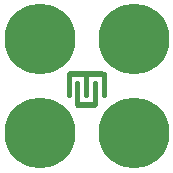
<source format=gtl>
G04 #@! TF.FileFunction,Copper,L1,Top,Signal*
%FSLAX46Y46*%
G04 Gerber Fmt 4.6, Leading zero omitted, Abs format (unit mm)*
G04 Created by KiCad (PCBNEW 4.0.1-3.201512221402+6198~38~ubuntu14.04.1-stable) date Tue 01 Mar 2016 10:08:03 PM PST*
%MOMM*%
G01*
G04 APERTURE LIST*
%ADD10C,0.100000*%
%ADD11C,0.400000*%
%ADD12R,3.000000X0.500000*%
%ADD13R,1.800000X0.500000*%
%ADD14C,6.000000*%
G04 APERTURE END LIST*
D10*
D11*
X130700000Y-89250000D02*
X130700000Y-91000000D01*
X132950000Y-88500000D02*
X132950000Y-90250000D01*
X132200000Y-91000000D02*
X132200000Y-89250000D01*
X131450000Y-88500000D02*
X131450000Y-90250000D01*
X129950000Y-88500000D02*
X129950000Y-90250000D01*
D12*
X131450000Y-88500000D03*
D13*
X131450000Y-91135000D03*
D14*
X135500000Y-93500000D03*
X135500000Y-85500000D03*
X127500000Y-85500000D03*
X127500000Y-93500000D03*
M02*

</source>
